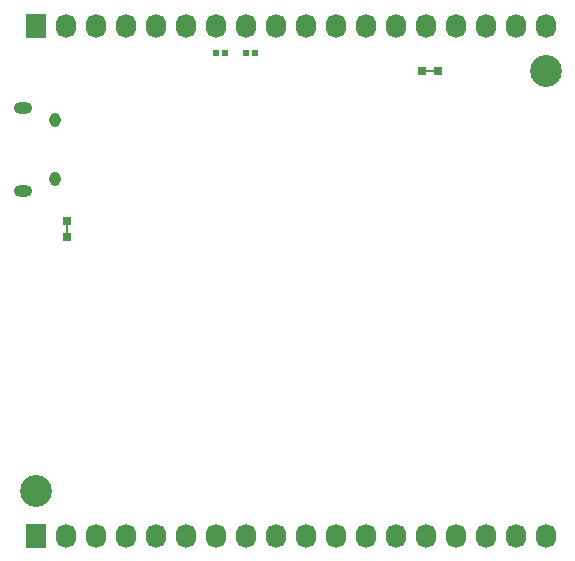
<source format=gbs>
G04 #@! TF.FileFunction,Soldermask,Bot*
%FSLAX46Y46*%
G04 Gerber Fmt 4.6, Leading zero omitted, Abs format (unit mm)*
G04 Created by KiCad (PCBNEW 4.0.2-stable) date Måndag 18 Juli 2016 14:34:59*
%MOMM*%
G01*
G04 APERTURE LIST*
%ADD10C,0.152400*%
%ADD11C,2.700000*%
%ADD12R,0.762000X0.762000*%
%ADD13R,0.152400X1.016000*%
%ADD14R,0.500000X0.500000*%
%ADD15O,0.950000X1.250000*%
%ADD16O,1.550000X1.000000*%
%ADD17R,1.727200X2.032000*%
%ADD18O,1.727200X2.032000*%
%ADD19R,1.016000X0.152400*%
G04 APERTURE END LIST*
D10*
D11*
X27940000Y-67310000D03*
X71120000Y-31750000D03*
D12*
X30607000Y-45812000D03*
X30607000Y-44512000D03*
D13*
X30607000Y-45212000D03*
D14*
X43942000Y-30289500D03*
X43180000Y-30289500D03*
X46482000Y-30289500D03*
X45720000Y-30289500D03*
D15*
X29547800Y-35910000D03*
X29547800Y-40910000D03*
D16*
X26847800Y-34910000D03*
X26847800Y-41910000D03*
D17*
X27940000Y-71120000D03*
D18*
X30480000Y-71120000D03*
X33020000Y-71120000D03*
X35560000Y-71120000D03*
X38100000Y-71120000D03*
X40640000Y-71120000D03*
X43180000Y-71120000D03*
X45720000Y-71120000D03*
X48260000Y-71120000D03*
X50800000Y-71120000D03*
X53340000Y-71120000D03*
X55880000Y-71120000D03*
X58420000Y-71120000D03*
X60960000Y-71120000D03*
X63500000Y-71120000D03*
X66040000Y-71120000D03*
X68580000Y-71120000D03*
X71120000Y-71120000D03*
D17*
X27940000Y-27940000D03*
D18*
X30480000Y-27940000D03*
X33020000Y-27940000D03*
X35560000Y-27940000D03*
X38100000Y-27940000D03*
X40640000Y-27940000D03*
X43180000Y-27940000D03*
X45720000Y-27940000D03*
X48260000Y-27940000D03*
X50800000Y-27940000D03*
X53340000Y-27940000D03*
X55880000Y-27940000D03*
X58420000Y-27940000D03*
X60960000Y-27940000D03*
X63500000Y-27940000D03*
X66040000Y-27940000D03*
X68580000Y-27940000D03*
X71120000Y-27940000D03*
D12*
X60676000Y-31750000D03*
X61976000Y-31750000D03*
D19*
X61276000Y-31750000D03*
M02*

</source>
